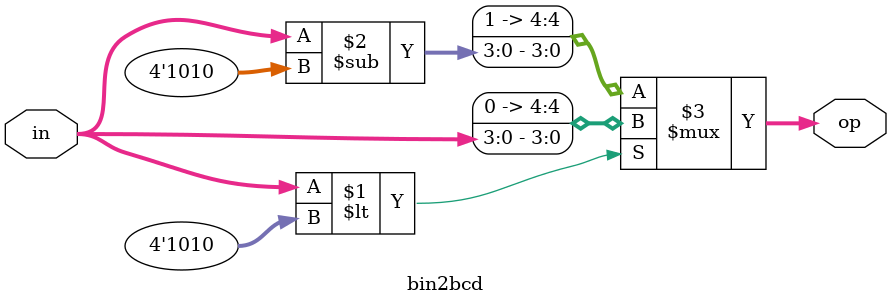
<source format=v>
`timescale 1ns / 1ps

module bin2bcd(
    input [3:0] in,
    output [4:0] op
    );
    
    assign op = (in<4'd10)? {1'b0,in} : {1'b1,(in-4'd10)};//4 bit binary to bcd conversion- easy to understand
    /*easy-to scale design approach here using only comb logic is not feasible
    for easy-to scale approach, need to go with algorithmic approach like double-dabby or something like that*/
endmodule

</source>
